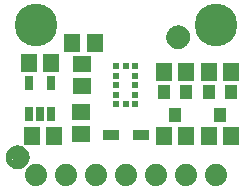
<source format=gbr>
G04 EAGLE Gerber RS-274X export*
G75*
%MOMM*%
%FSLAX34Y34*%
%LPD*%
%INSoldermask Top*%
%IPPOS*%
%AMOC8*
5,1,8,0,0,1.08239X$1,22.5*%
G01*
%ADD10R,0.601600X0.601600*%
%ADD11R,0.651600X1.301600*%
%ADD12R,1.341600X1.601600*%
%ADD13R,1.101600X1.301600*%
%ADD14R,1.601600X1.341600*%
%ADD15C,1.101600*%
%ADD16C,0.500000*%
%ADD17C,3.617600*%
%ADD18C,1.879600*%
%ADD19R,1.451600X0.901600*%


D10*
X109600Y117600D03*
X109600Y109600D03*
X109600Y101600D03*
X109600Y93600D03*
X109600Y85600D03*
X101600Y85600D03*
X93600Y85600D03*
X93600Y93600D03*
X93600Y101600D03*
X93600Y109600D03*
X93600Y117600D03*
X101600Y117600D03*
D11*
X19710Y77169D03*
X29210Y77169D03*
X38710Y77169D03*
X38710Y103171D03*
X19710Y103171D03*
D12*
X172110Y113030D03*
X191110Y113030D03*
X134010Y113030D03*
X153010Y113030D03*
X191110Y58420D03*
X172110Y58420D03*
X134010Y58420D03*
X153010Y58420D03*
X22250Y58420D03*
X41250Y58420D03*
X19710Y120650D03*
X38710Y120650D03*
D13*
X181610Y76360D03*
X172110Y96360D03*
X191110Y96360D03*
X143510Y76360D03*
X134010Y96360D03*
X153010Y96360D03*
D12*
X75540Y137160D03*
X56540Y137160D03*
D14*
X63500Y79350D03*
X63500Y60350D03*
X64770Y100990D03*
X64770Y119990D03*
D15*
X146050Y142240D03*
D16*
X146050Y149740D02*
X145869Y149738D01*
X145688Y149731D01*
X145507Y149720D01*
X145326Y149705D01*
X145146Y149685D01*
X144966Y149661D01*
X144787Y149633D01*
X144609Y149600D01*
X144432Y149563D01*
X144255Y149522D01*
X144080Y149477D01*
X143905Y149427D01*
X143732Y149373D01*
X143561Y149315D01*
X143390Y149253D01*
X143222Y149186D01*
X143055Y149116D01*
X142889Y149042D01*
X142726Y148963D01*
X142565Y148881D01*
X142405Y148795D01*
X142248Y148705D01*
X142093Y148611D01*
X141940Y148514D01*
X141790Y148412D01*
X141642Y148308D01*
X141496Y148199D01*
X141354Y148088D01*
X141214Y147972D01*
X141077Y147854D01*
X140942Y147732D01*
X140811Y147607D01*
X140683Y147479D01*
X140558Y147348D01*
X140436Y147213D01*
X140318Y147076D01*
X140202Y146936D01*
X140091Y146794D01*
X139982Y146648D01*
X139878Y146500D01*
X139776Y146350D01*
X139679Y146197D01*
X139585Y146042D01*
X139495Y145885D01*
X139409Y145725D01*
X139327Y145564D01*
X139248Y145401D01*
X139174Y145235D01*
X139104Y145068D01*
X139037Y144900D01*
X138975Y144729D01*
X138917Y144558D01*
X138863Y144385D01*
X138813Y144210D01*
X138768Y144035D01*
X138727Y143858D01*
X138690Y143681D01*
X138657Y143503D01*
X138629Y143324D01*
X138605Y143144D01*
X138585Y142964D01*
X138570Y142783D01*
X138559Y142602D01*
X138552Y142421D01*
X138550Y142240D01*
X146050Y149740D02*
X146231Y149738D01*
X146412Y149731D01*
X146593Y149720D01*
X146774Y149705D01*
X146954Y149685D01*
X147134Y149661D01*
X147313Y149633D01*
X147491Y149600D01*
X147668Y149563D01*
X147845Y149522D01*
X148020Y149477D01*
X148195Y149427D01*
X148368Y149373D01*
X148539Y149315D01*
X148710Y149253D01*
X148878Y149186D01*
X149045Y149116D01*
X149211Y149042D01*
X149374Y148963D01*
X149535Y148881D01*
X149695Y148795D01*
X149852Y148705D01*
X150007Y148611D01*
X150160Y148514D01*
X150310Y148412D01*
X150458Y148308D01*
X150604Y148199D01*
X150746Y148088D01*
X150886Y147972D01*
X151023Y147854D01*
X151158Y147732D01*
X151289Y147607D01*
X151417Y147479D01*
X151542Y147348D01*
X151664Y147213D01*
X151782Y147076D01*
X151898Y146936D01*
X152009Y146794D01*
X152118Y146648D01*
X152222Y146500D01*
X152324Y146350D01*
X152421Y146197D01*
X152515Y146042D01*
X152605Y145885D01*
X152691Y145725D01*
X152773Y145564D01*
X152852Y145401D01*
X152926Y145235D01*
X152996Y145068D01*
X153063Y144900D01*
X153125Y144729D01*
X153183Y144558D01*
X153237Y144385D01*
X153287Y144210D01*
X153332Y144035D01*
X153373Y143858D01*
X153410Y143681D01*
X153443Y143503D01*
X153471Y143324D01*
X153495Y143144D01*
X153515Y142964D01*
X153530Y142783D01*
X153541Y142602D01*
X153548Y142421D01*
X153550Y142240D01*
X153548Y142059D01*
X153541Y141878D01*
X153530Y141697D01*
X153515Y141516D01*
X153495Y141336D01*
X153471Y141156D01*
X153443Y140977D01*
X153410Y140799D01*
X153373Y140622D01*
X153332Y140445D01*
X153287Y140270D01*
X153237Y140095D01*
X153183Y139922D01*
X153125Y139751D01*
X153063Y139580D01*
X152996Y139412D01*
X152926Y139245D01*
X152852Y139079D01*
X152773Y138916D01*
X152691Y138755D01*
X152605Y138595D01*
X152515Y138438D01*
X152421Y138283D01*
X152324Y138130D01*
X152222Y137980D01*
X152118Y137832D01*
X152009Y137686D01*
X151898Y137544D01*
X151782Y137404D01*
X151664Y137267D01*
X151542Y137132D01*
X151417Y137001D01*
X151289Y136873D01*
X151158Y136748D01*
X151023Y136626D01*
X150886Y136508D01*
X150746Y136392D01*
X150604Y136281D01*
X150458Y136172D01*
X150310Y136068D01*
X150160Y135966D01*
X150007Y135869D01*
X149852Y135775D01*
X149695Y135685D01*
X149535Y135599D01*
X149374Y135517D01*
X149211Y135438D01*
X149045Y135364D01*
X148878Y135294D01*
X148710Y135227D01*
X148539Y135165D01*
X148368Y135107D01*
X148195Y135053D01*
X148020Y135003D01*
X147845Y134958D01*
X147668Y134917D01*
X147491Y134880D01*
X147313Y134847D01*
X147134Y134819D01*
X146954Y134795D01*
X146774Y134775D01*
X146593Y134760D01*
X146412Y134749D01*
X146231Y134742D01*
X146050Y134740D01*
X145869Y134742D01*
X145688Y134749D01*
X145507Y134760D01*
X145326Y134775D01*
X145146Y134795D01*
X144966Y134819D01*
X144787Y134847D01*
X144609Y134880D01*
X144432Y134917D01*
X144255Y134958D01*
X144080Y135003D01*
X143905Y135053D01*
X143732Y135107D01*
X143561Y135165D01*
X143390Y135227D01*
X143222Y135294D01*
X143055Y135364D01*
X142889Y135438D01*
X142726Y135517D01*
X142565Y135599D01*
X142405Y135685D01*
X142248Y135775D01*
X142093Y135869D01*
X141940Y135966D01*
X141790Y136068D01*
X141642Y136172D01*
X141496Y136281D01*
X141354Y136392D01*
X141214Y136508D01*
X141077Y136626D01*
X140942Y136748D01*
X140811Y136873D01*
X140683Y137001D01*
X140558Y137132D01*
X140436Y137267D01*
X140318Y137404D01*
X140202Y137544D01*
X140091Y137686D01*
X139982Y137832D01*
X139878Y137980D01*
X139776Y138130D01*
X139679Y138283D01*
X139585Y138438D01*
X139495Y138595D01*
X139409Y138755D01*
X139327Y138916D01*
X139248Y139079D01*
X139174Y139245D01*
X139104Y139412D01*
X139037Y139580D01*
X138975Y139751D01*
X138917Y139922D01*
X138863Y140095D01*
X138813Y140270D01*
X138768Y140445D01*
X138727Y140622D01*
X138690Y140799D01*
X138657Y140977D01*
X138629Y141156D01*
X138605Y141336D01*
X138585Y141516D01*
X138570Y141697D01*
X138559Y141878D01*
X138552Y142059D01*
X138550Y142240D01*
D15*
X10160Y40640D03*
D16*
X10160Y48140D02*
X9979Y48138D01*
X9798Y48131D01*
X9617Y48120D01*
X9436Y48105D01*
X9256Y48085D01*
X9076Y48061D01*
X8897Y48033D01*
X8719Y48000D01*
X8542Y47963D01*
X8365Y47922D01*
X8190Y47877D01*
X8015Y47827D01*
X7842Y47773D01*
X7671Y47715D01*
X7500Y47653D01*
X7332Y47586D01*
X7165Y47516D01*
X6999Y47442D01*
X6836Y47363D01*
X6675Y47281D01*
X6515Y47195D01*
X6358Y47105D01*
X6203Y47011D01*
X6050Y46914D01*
X5900Y46812D01*
X5752Y46708D01*
X5606Y46599D01*
X5464Y46488D01*
X5324Y46372D01*
X5187Y46254D01*
X5052Y46132D01*
X4921Y46007D01*
X4793Y45879D01*
X4668Y45748D01*
X4546Y45613D01*
X4428Y45476D01*
X4312Y45336D01*
X4201Y45194D01*
X4092Y45048D01*
X3988Y44900D01*
X3886Y44750D01*
X3789Y44597D01*
X3695Y44442D01*
X3605Y44285D01*
X3519Y44125D01*
X3437Y43964D01*
X3358Y43801D01*
X3284Y43635D01*
X3214Y43468D01*
X3147Y43300D01*
X3085Y43129D01*
X3027Y42958D01*
X2973Y42785D01*
X2923Y42610D01*
X2878Y42435D01*
X2837Y42258D01*
X2800Y42081D01*
X2767Y41903D01*
X2739Y41724D01*
X2715Y41544D01*
X2695Y41364D01*
X2680Y41183D01*
X2669Y41002D01*
X2662Y40821D01*
X2660Y40640D01*
X10160Y48140D02*
X10341Y48138D01*
X10522Y48131D01*
X10703Y48120D01*
X10884Y48105D01*
X11064Y48085D01*
X11244Y48061D01*
X11423Y48033D01*
X11601Y48000D01*
X11778Y47963D01*
X11955Y47922D01*
X12130Y47877D01*
X12305Y47827D01*
X12478Y47773D01*
X12649Y47715D01*
X12820Y47653D01*
X12988Y47586D01*
X13155Y47516D01*
X13321Y47442D01*
X13484Y47363D01*
X13645Y47281D01*
X13805Y47195D01*
X13962Y47105D01*
X14117Y47011D01*
X14270Y46914D01*
X14420Y46812D01*
X14568Y46708D01*
X14714Y46599D01*
X14856Y46488D01*
X14996Y46372D01*
X15133Y46254D01*
X15268Y46132D01*
X15399Y46007D01*
X15527Y45879D01*
X15652Y45748D01*
X15774Y45613D01*
X15892Y45476D01*
X16008Y45336D01*
X16119Y45194D01*
X16228Y45048D01*
X16332Y44900D01*
X16434Y44750D01*
X16531Y44597D01*
X16625Y44442D01*
X16715Y44285D01*
X16801Y44125D01*
X16883Y43964D01*
X16962Y43801D01*
X17036Y43635D01*
X17106Y43468D01*
X17173Y43300D01*
X17235Y43129D01*
X17293Y42958D01*
X17347Y42785D01*
X17397Y42610D01*
X17442Y42435D01*
X17483Y42258D01*
X17520Y42081D01*
X17553Y41903D01*
X17581Y41724D01*
X17605Y41544D01*
X17625Y41364D01*
X17640Y41183D01*
X17651Y41002D01*
X17658Y40821D01*
X17660Y40640D01*
X17658Y40459D01*
X17651Y40278D01*
X17640Y40097D01*
X17625Y39916D01*
X17605Y39736D01*
X17581Y39556D01*
X17553Y39377D01*
X17520Y39199D01*
X17483Y39022D01*
X17442Y38845D01*
X17397Y38670D01*
X17347Y38495D01*
X17293Y38322D01*
X17235Y38151D01*
X17173Y37980D01*
X17106Y37812D01*
X17036Y37645D01*
X16962Y37479D01*
X16883Y37316D01*
X16801Y37155D01*
X16715Y36995D01*
X16625Y36838D01*
X16531Y36683D01*
X16434Y36530D01*
X16332Y36380D01*
X16228Y36232D01*
X16119Y36086D01*
X16008Y35944D01*
X15892Y35804D01*
X15774Y35667D01*
X15652Y35532D01*
X15527Y35401D01*
X15399Y35273D01*
X15268Y35148D01*
X15133Y35026D01*
X14996Y34908D01*
X14856Y34792D01*
X14714Y34681D01*
X14568Y34572D01*
X14420Y34468D01*
X14270Y34366D01*
X14117Y34269D01*
X13962Y34175D01*
X13805Y34085D01*
X13645Y33999D01*
X13484Y33917D01*
X13321Y33838D01*
X13155Y33764D01*
X12988Y33694D01*
X12820Y33627D01*
X12649Y33565D01*
X12478Y33507D01*
X12305Y33453D01*
X12130Y33403D01*
X11955Y33358D01*
X11778Y33317D01*
X11601Y33280D01*
X11423Y33247D01*
X11244Y33219D01*
X11064Y33195D01*
X10884Y33175D01*
X10703Y33160D01*
X10522Y33149D01*
X10341Y33142D01*
X10160Y33140D01*
X9979Y33142D01*
X9798Y33149D01*
X9617Y33160D01*
X9436Y33175D01*
X9256Y33195D01*
X9076Y33219D01*
X8897Y33247D01*
X8719Y33280D01*
X8542Y33317D01*
X8365Y33358D01*
X8190Y33403D01*
X8015Y33453D01*
X7842Y33507D01*
X7671Y33565D01*
X7500Y33627D01*
X7332Y33694D01*
X7165Y33764D01*
X6999Y33838D01*
X6836Y33917D01*
X6675Y33999D01*
X6515Y34085D01*
X6358Y34175D01*
X6203Y34269D01*
X6050Y34366D01*
X5900Y34468D01*
X5752Y34572D01*
X5606Y34681D01*
X5464Y34792D01*
X5324Y34908D01*
X5187Y35026D01*
X5052Y35148D01*
X4921Y35273D01*
X4793Y35401D01*
X4668Y35532D01*
X4546Y35667D01*
X4428Y35804D01*
X4312Y35944D01*
X4201Y36086D01*
X4092Y36232D01*
X3988Y36380D01*
X3886Y36530D01*
X3789Y36683D01*
X3695Y36838D01*
X3605Y36995D01*
X3519Y37155D01*
X3437Y37316D01*
X3358Y37479D01*
X3284Y37645D01*
X3214Y37812D01*
X3147Y37980D01*
X3085Y38151D01*
X3027Y38322D01*
X2973Y38495D01*
X2923Y38670D01*
X2878Y38845D01*
X2837Y39022D01*
X2800Y39199D01*
X2767Y39377D01*
X2739Y39556D01*
X2715Y39736D01*
X2695Y39916D01*
X2680Y40097D01*
X2669Y40278D01*
X2662Y40459D01*
X2660Y40640D01*
D17*
X25400Y152400D03*
X177800Y152400D03*
D18*
X25400Y25400D03*
X50800Y25400D03*
X76200Y25400D03*
X101600Y25400D03*
X127000Y25400D03*
X152400Y25400D03*
X177800Y25400D03*
D19*
X114300Y59690D03*
X88900Y59690D03*
M02*

</source>
